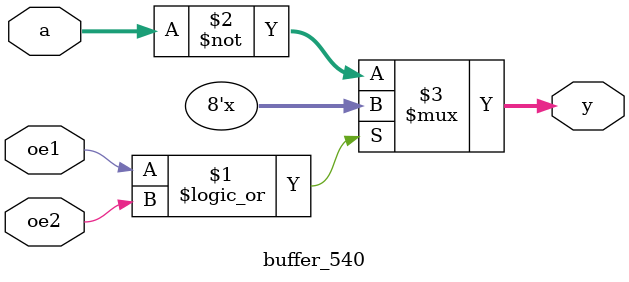
<source format=v>

`ifndef buffer_v
`define buffer_v

`timescale 1ns/10ps


module buffer_240 (oe1, oe2, a1, a2, y1, y2);
   parameter delay = 7;
   
   input        oe1, oe2;	// /OE tri-state active-low enables
   input [3:0]  a1, a2;		// Inputs

   output [3:0] y1, y2;		// Tri-state outputs

   wire 	oe1, oe2;
   wire [3:0] 	a1, a2;
   wire [3:0] 	y1, y2;

   initial begin
      // $display("BOM: 74x240");
   end

   assign #delay y1 = oe1 ? 4'bzzzz : ~a1;
   assign #delay y2 = oe2 ? 4'bzzzz : ~a2;
endmodule // End of Module buffer


///////////////////////////////////////////////////////////////////////////////
//
// Function: 74x244 4-bit Dual 4-bit 3-state inverting buffer/line driver.
//
///////////////////////////////////////////////////////////////////////////////

module buffer_244 (oe1, oe2, a1, a2, y1, y2);
   parameter delay = 7;
   
   input        oe1, oe2;	// /OE tri-state active-low enables
   input [3:0]  a1, a2;		// Inputs

   output [3:0] y1, y2;		// Tri-state outputs

   wire 	oe1, oe2;
   wire [3:0] 	a1, a2;
   wire [3:0] 	y1, y2;

   initial begin
      // $display("BOM: 74x244");
   end

   assign #delay y1 = oe1 ? 4'bzzzz : a1;
   assign #delay y2 = oe2 ? 4'bzzzz : a2;
endmodule // End of Module buffer


///////////////////////////////////////////////////////////////////////////////
//
// Function: 74x245 8-bit 3-state noninverting bus transceiver. 
//
// Notes: DIR=1 -> B <--- A
//        DIR=0 -> A <--- B
//
///////////////////////////////////////////////////////////////////////////////

module buffer_245 (dir, nen, a, b);
   parameter delay = 7;
   
   input        dir;
   input 	nen;
   inout [7:0] 	a, b;

   wire 	dir;
   wire 	nen;
   wire [7:0] 	a, b;

   initial begin
      // $display("BOM: 74x245");
   end

   assign #delay a = (!nen && !dir) ? b : 8'bzzzzzzzz;
   assign #delay b = (!nen && dir) ? a : 8'bzzzzzzzz;
endmodule // End of Module buffer

///////////////////////////////////////////////////////////////////////////////
//
// Function: 74x125 4-bit tri-state buffer
//
///////////////////////////////////////////////////////////////////////////////

module buffer_125q (a, noe, y);
   parameter delay = 15;
   
   input        a, noe;
   output       y;

   wire 	a, noe, y;

   initial begin
      // $display("BOM: 1/4 74x125");
   end

   assign #delay y = noe ? 1'bz : a;
endmodule // End of Module buffer



///////////////////////////////////////////////////////////////////////////////
//
// Function: 74x541 8-bit 3-state non-inverting buffer/line driver.
//
///////////////////////////////////////////////////////////////////////////////

module buffer_541 (noe1, noe2, a, y);
   parameter delay = 10;
   
   input        noe1, noe2;	// /OE tri-state active-low enables
   input [7:0] 	a;

   output [7:0] y;

   assign #delay y = noe1 || noe2 ? 8'bzzzzzzzz : a;
endmodule // buffer_541


///////////////////////////////////////////////////////////////////////////////
//
// Function: 74x540 8-bit 3-state inverting buffer/line driver.
//
///////////////////////////////////////////////////////////////////////////////

module buffer_540 (oe1, oe2, a, y);
   parameter delay = 10;
   
   input        oe1, oe2;	// /OE tri-state active-low enables
   input [7:0] 	a;

   output [7:0] y;

   assign #delay y = oe1 || oe2 ? 8'bzzzzzzzz : ~a;
endmodule // buffer_540

`endif //  `ifndef buffer_v

// End of file.

</source>
